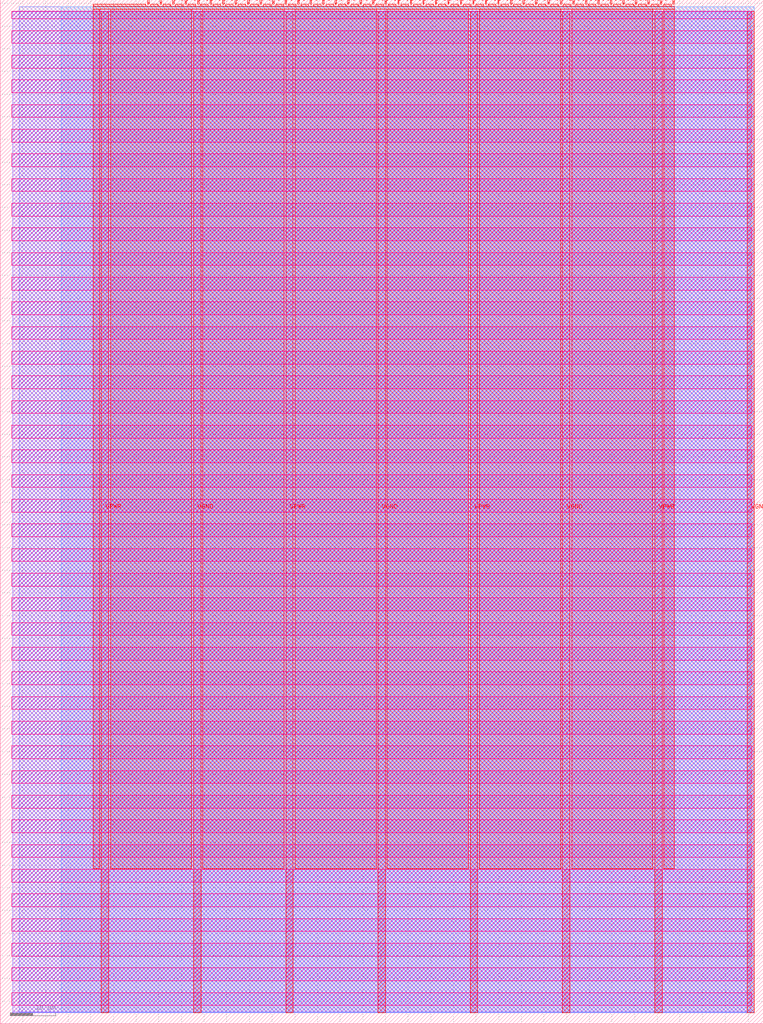
<source format=lef>
VERSION 5.7 ;
  NOWIREEXTENSIONATPIN ON ;
  DIVIDERCHAR "/" ;
  BUSBITCHARS "[]" ;
MACRO tt_um_digital_clock_sellicott
  CLASS BLOCK ;
  FOREIGN tt_um_digital_clock_sellicott ;
  ORIGIN 0.000 0.000 ;
  SIZE 168.360 BY 225.760 ;
  PIN VGND
    DIRECTION INOUT ;
    USE GROUND ;
    PORT
      LAYER met4 ;
        RECT 42.670 2.480 44.270 223.280 ;
    END
    PORT
      LAYER met4 ;
        RECT 83.380 2.480 84.980 223.280 ;
    END
    PORT
      LAYER met4 ;
        RECT 124.090 2.480 125.690 223.280 ;
    END
    PORT
      LAYER met4 ;
        RECT 164.800 2.480 166.400 223.280 ;
    END
  END VGND
  PIN VPWR
    DIRECTION INOUT ;
    USE POWER ;
    PORT
      LAYER met4 ;
        RECT 22.315 2.480 23.915 223.280 ;
    END
    PORT
      LAYER met4 ;
        RECT 63.025 2.480 64.625 223.280 ;
    END
    PORT
      LAYER met4 ;
        RECT 103.735 2.480 105.335 223.280 ;
    END
    PORT
      LAYER met4 ;
        RECT 144.445 2.480 146.045 223.280 ;
    END
  END VPWR
  PIN clk
    DIRECTION INPUT ;
    USE SIGNAL ;
    ANTENNAGATEAREA 0.852000 ;
    PORT
      LAYER met4 ;
        RECT 145.670 224.760 145.970 225.760 ;
    END
  END clk
  PIN ena
    DIRECTION INPUT ;
    USE SIGNAL ;
    ANTENNAGATEAREA 0.196500 ;
    PORT
      LAYER met4 ;
        RECT 148.430 224.760 148.730 225.760 ;
    END
  END ena
  PIN rst_n
    DIRECTION INPUT ;
    USE SIGNAL ;
    ANTENNAGATEAREA 0.247500 ;
    PORT
      LAYER met4 ;
        RECT 142.910 224.760 143.210 225.760 ;
    END
  END rst_n
  PIN ui_in[0]
    DIRECTION INPUT ;
    USE SIGNAL ;
    ANTENNAGATEAREA 0.196500 ;
    PORT
      LAYER met4 ;
        RECT 140.150 224.760 140.450 225.760 ;
    END
  END ui_in[0]
  PIN ui_in[1]
    DIRECTION INPUT ;
    USE SIGNAL ;
    ANTENNAGATEAREA 0.196500 ;
    PORT
      LAYER met4 ;
        RECT 137.390 224.760 137.690 225.760 ;
    END
  END ui_in[1]
  PIN ui_in[2]
    DIRECTION INPUT ;
    USE SIGNAL ;
    ANTENNAGATEAREA 0.196500 ;
    PORT
      LAYER met4 ;
        RECT 134.630 224.760 134.930 225.760 ;
    END
  END ui_in[2]
  PIN ui_in[3]
    DIRECTION INPUT ;
    USE SIGNAL ;
    ANTENNAGATEAREA 0.196500 ;
    PORT
      LAYER met4 ;
        RECT 131.870 224.760 132.170 225.760 ;
    END
  END ui_in[3]
  PIN ui_in[4]
    DIRECTION INPUT ;
    USE SIGNAL ;
    ANTENNAGATEAREA 0.196500 ;
    PORT
      LAYER met4 ;
        RECT 129.110 224.760 129.410 225.760 ;
    END
  END ui_in[4]
  PIN ui_in[5]
    DIRECTION INPUT ;
    USE SIGNAL ;
    PORT
      LAYER met4 ;
        RECT 126.350 224.760 126.650 225.760 ;
    END
  END ui_in[5]
  PIN ui_in[6]
    DIRECTION INPUT ;
    USE SIGNAL ;
    PORT
      LAYER met4 ;
        RECT 123.590 224.760 123.890 225.760 ;
    END
  END ui_in[6]
  PIN ui_in[7]
    DIRECTION INPUT ;
    USE SIGNAL ;
    PORT
      LAYER met4 ;
        RECT 120.830 224.760 121.130 225.760 ;
    END
  END ui_in[7]
  PIN uio_in[0]
    DIRECTION INPUT ;
    USE SIGNAL ;
    PORT
      LAYER met4 ;
        RECT 118.070 224.760 118.370 225.760 ;
    END
  END uio_in[0]
  PIN uio_in[1]
    DIRECTION INPUT ;
    USE SIGNAL ;
    PORT
      LAYER met4 ;
        RECT 115.310 224.760 115.610 225.760 ;
    END
  END uio_in[1]
  PIN uio_in[2]
    DIRECTION INPUT ;
    USE SIGNAL ;
    PORT
      LAYER met4 ;
        RECT 112.550 224.760 112.850 225.760 ;
    END
  END uio_in[2]
  PIN uio_in[3]
    DIRECTION INPUT ;
    USE SIGNAL ;
    PORT
      LAYER met4 ;
        RECT 109.790 224.760 110.090 225.760 ;
    END
  END uio_in[3]
  PIN uio_in[4]
    DIRECTION INPUT ;
    USE SIGNAL ;
    PORT
      LAYER met4 ;
        RECT 107.030 224.760 107.330 225.760 ;
    END
  END uio_in[4]
  PIN uio_in[5]
    DIRECTION INPUT ;
    USE SIGNAL ;
    PORT
      LAYER met4 ;
        RECT 104.270 224.760 104.570 225.760 ;
    END
  END uio_in[5]
  PIN uio_in[6]
    DIRECTION INPUT ;
    USE SIGNAL ;
    PORT
      LAYER met4 ;
        RECT 101.510 224.760 101.810 225.760 ;
    END
  END uio_in[6]
  PIN uio_in[7]
    DIRECTION INPUT ;
    USE SIGNAL ;
    PORT
      LAYER met4 ;
        RECT 98.750 224.760 99.050 225.760 ;
    END
  END uio_in[7]
  PIN uio_oe[0]
    DIRECTION OUTPUT TRISTATE ;
    USE SIGNAL ;
    PORT
      LAYER met4 ;
        RECT 51.830 224.760 52.130 225.760 ;
    END
  END uio_oe[0]
  PIN uio_oe[1]
    DIRECTION OUTPUT TRISTATE ;
    USE SIGNAL ;
    PORT
      LAYER met4 ;
        RECT 49.070 224.760 49.370 225.760 ;
    END
  END uio_oe[1]
  PIN uio_oe[2]
    DIRECTION OUTPUT TRISTATE ;
    USE SIGNAL ;
    PORT
      LAYER met4 ;
        RECT 46.310 224.760 46.610 225.760 ;
    END
  END uio_oe[2]
  PIN uio_oe[3]
    DIRECTION OUTPUT TRISTATE ;
    USE SIGNAL ;
    PORT
      LAYER met4 ;
        RECT 43.550 224.760 43.850 225.760 ;
    END
  END uio_oe[3]
  PIN uio_oe[4]
    DIRECTION OUTPUT TRISTATE ;
    USE SIGNAL ;
    PORT
      LAYER met4 ;
        RECT 40.790 224.760 41.090 225.760 ;
    END
  END uio_oe[4]
  PIN uio_oe[5]
    DIRECTION OUTPUT TRISTATE ;
    USE SIGNAL ;
    PORT
      LAYER met4 ;
        RECT 38.030 224.760 38.330 225.760 ;
    END
  END uio_oe[5]
  PIN uio_oe[6]
    DIRECTION OUTPUT TRISTATE ;
    USE SIGNAL ;
    PORT
      LAYER met4 ;
        RECT 35.270 224.760 35.570 225.760 ;
    END
  END uio_oe[6]
  PIN uio_oe[7]
    DIRECTION OUTPUT TRISTATE ;
    USE SIGNAL ;
    PORT
      LAYER met4 ;
        RECT 32.510 224.760 32.810 225.760 ;
    END
  END uio_oe[7]
  PIN uio_out[0]
    DIRECTION OUTPUT TRISTATE ;
    USE SIGNAL ;
    PORT
      LAYER met4 ;
        RECT 73.910 224.760 74.210 225.760 ;
    END
  END uio_out[0]
  PIN uio_out[1]
    DIRECTION OUTPUT TRISTATE ;
    USE SIGNAL ;
    PORT
      LAYER met4 ;
        RECT 71.150 224.760 71.450 225.760 ;
    END
  END uio_out[1]
  PIN uio_out[2]
    DIRECTION OUTPUT TRISTATE ;
    USE SIGNAL ;
    PORT
      LAYER met4 ;
        RECT 68.390 224.760 68.690 225.760 ;
    END
  END uio_out[2]
  PIN uio_out[3]
    DIRECTION OUTPUT TRISTATE ;
    USE SIGNAL ;
    PORT
      LAYER met4 ;
        RECT 65.630 224.760 65.930 225.760 ;
    END
  END uio_out[3]
  PIN uio_out[4]
    DIRECTION OUTPUT TRISTATE ;
    USE SIGNAL ;
    PORT
      LAYER met4 ;
        RECT 62.870 224.760 63.170 225.760 ;
    END
  END uio_out[4]
  PIN uio_out[5]
    DIRECTION OUTPUT TRISTATE ;
    USE SIGNAL ;
    PORT
      LAYER met4 ;
        RECT 60.110 224.760 60.410 225.760 ;
    END
  END uio_out[5]
  PIN uio_out[6]
    DIRECTION OUTPUT TRISTATE ;
    USE SIGNAL ;
    PORT
      LAYER met4 ;
        RECT 57.350 224.760 57.650 225.760 ;
    END
  END uio_out[6]
  PIN uio_out[7]
    DIRECTION OUTPUT TRISTATE ;
    USE SIGNAL ;
    PORT
      LAYER met4 ;
        RECT 54.590 224.760 54.890 225.760 ;
    END
  END uio_out[7]
  PIN uo_out[0]
    DIRECTION OUTPUT TRISTATE ;
    USE SIGNAL ;
    ANTENNADIFFAREA 0.795200 ;
    PORT
      LAYER met4 ;
        RECT 95.990 224.760 96.290 225.760 ;
    END
  END uo_out[0]
  PIN uo_out[1]
    DIRECTION OUTPUT TRISTATE ;
    USE SIGNAL ;
    ANTENNADIFFAREA 0.795200 ;
    PORT
      LAYER met4 ;
        RECT 93.230 224.760 93.530 225.760 ;
    END
  END uo_out[1]
  PIN uo_out[2]
    DIRECTION OUTPUT TRISTATE ;
    USE SIGNAL ;
    ANTENNADIFFAREA 0.795200 ;
    PORT
      LAYER met4 ;
        RECT 90.470 224.760 90.770 225.760 ;
    END
  END uo_out[2]
  PIN uo_out[3]
    DIRECTION OUTPUT TRISTATE ;
    USE SIGNAL ;
    PORT
      LAYER met4 ;
        RECT 87.710 224.760 88.010 225.760 ;
    END
  END uo_out[3]
  PIN uo_out[4]
    DIRECTION OUTPUT TRISTATE ;
    USE SIGNAL ;
    PORT
      LAYER met4 ;
        RECT 84.950 224.760 85.250 225.760 ;
    END
  END uo_out[4]
  PIN uo_out[5]
    DIRECTION OUTPUT TRISTATE ;
    USE SIGNAL ;
    PORT
      LAYER met4 ;
        RECT 82.190 224.760 82.490 225.760 ;
    END
  END uo_out[5]
  PIN uo_out[6]
    DIRECTION OUTPUT TRISTATE ;
    USE SIGNAL ;
    PORT
      LAYER met4 ;
        RECT 79.430 224.760 79.730 225.760 ;
    END
  END uo_out[6]
  PIN uo_out[7]
    DIRECTION OUTPUT TRISTATE ;
    USE SIGNAL ;
    PORT
      LAYER met4 ;
        RECT 76.670 224.760 76.970 225.760 ;
    END
  END uo_out[7]
  OBS
      LAYER nwell ;
        RECT 2.570 221.625 165.790 223.230 ;
        RECT 2.570 216.185 165.790 219.015 ;
        RECT 2.570 210.745 165.790 213.575 ;
        RECT 2.570 205.305 165.790 208.135 ;
        RECT 2.570 199.865 165.790 202.695 ;
        RECT 2.570 194.425 165.790 197.255 ;
        RECT 2.570 188.985 165.790 191.815 ;
        RECT 2.570 183.545 165.790 186.375 ;
        RECT 2.570 178.105 165.790 180.935 ;
        RECT 2.570 172.665 165.790 175.495 ;
        RECT 2.570 167.225 165.790 170.055 ;
        RECT 2.570 161.785 165.790 164.615 ;
        RECT 2.570 156.345 165.790 159.175 ;
        RECT 2.570 150.905 165.790 153.735 ;
        RECT 2.570 145.465 165.790 148.295 ;
        RECT 2.570 140.025 165.790 142.855 ;
        RECT 2.570 134.585 165.790 137.415 ;
        RECT 2.570 129.145 165.790 131.975 ;
        RECT 2.570 123.705 165.790 126.535 ;
        RECT 2.570 118.265 165.790 121.095 ;
        RECT 2.570 112.825 165.790 115.655 ;
        RECT 2.570 107.385 165.790 110.215 ;
        RECT 2.570 101.945 165.790 104.775 ;
        RECT 2.570 96.505 165.790 99.335 ;
        RECT 2.570 91.065 165.790 93.895 ;
        RECT 2.570 85.625 165.790 88.455 ;
        RECT 2.570 80.185 165.790 83.015 ;
        RECT 2.570 74.745 165.790 77.575 ;
        RECT 2.570 69.305 165.790 72.135 ;
        RECT 2.570 63.865 165.790 66.695 ;
        RECT 2.570 58.425 165.790 61.255 ;
        RECT 2.570 52.985 165.790 55.815 ;
        RECT 2.570 47.545 165.790 50.375 ;
        RECT 2.570 42.105 165.790 44.935 ;
        RECT 2.570 36.665 165.790 39.495 ;
        RECT 2.570 31.225 165.790 34.055 ;
        RECT 2.570 25.785 165.790 28.615 ;
        RECT 2.570 20.345 165.790 23.175 ;
        RECT 2.570 14.905 165.790 17.735 ;
        RECT 2.570 9.465 165.790 12.295 ;
        RECT 2.570 4.025 165.790 6.855 ;
      LAYER li1 ;
        RECT 2.760 2.635 165.600 223.125 ;
      LAYER met1 ;
        RECT 2.760 2.480 166.400 223.280 ;
      LAYER met2 ;
        RECT 4.240 2.535 166.370 224.245 ;
      LAYER met3 ;
        RECT 13.405 2.555 166.390 224.225 ;
      LAYER met4 ;
        RECT 20.535 224.360 32.110 224.760 ;
        RECT 33.210 224.360 34.870 224.760 ;
        RECT 35.970 224.360 37.630 224.760 ;
        RECT 38.730 224.360 40.390 224.760 ;
        RECT 41.490 224.360 43.150 224.760 ;
        RECT 44.250 224.360 45.910 224.760 ;
        RECT 47.010 224.360 48.670 224.760 ;
        RECT 49.770 224.360 51.430 224.760 ;
        RECT 52.530 224.360 54.190 224.760 ;
        RECT 55.290 224.360 56.950 224.760 ;
        RECT 58.050 224.360 59.710 224.760 ;
        RECT 60.810 224.360 62.470 224.760 ;
        RECT 63.570 224.360 65.230 224.760 ;
        RECT 66.330 224.360 67.990 224.760 ;
        RECT 69.090 224.360 70.750 224.760 ;
        RECT 71.850 224.360 73.510 224.760 ;
        RECT 74.610 224.360 76.270 224.760 ;
        RECT 77.370 224.360 79.030 224.760 ;
        RECT 80.130 224.360 81.790 224.760 ;
        RECT 82.890 224.360 84.550 224.760 ;
        RECT 85.650 224.360 87.310 224.760 ;
        RECT 88.410 224.360 90.070 224.760 ;
        RECT 91.170 224.360 92.830 224.760 ;
        RECT 93.930 224.360 95.590 224.760 ;
        RECT 96.690 224.360 98.350 224.760 ;
        RECT 99.450 224.360 101.110 224.760 ;
        RECT 102.210 224.360 103.870 224.760 ;
        RECT 104.970 224.360 106.630 224.760 ;
        RECT 107.730 224.360 109.390 224.760 ;
        RECT 110.490 224.360 112.150 224.760 ;
        RECT 113.250 224.360 114.910 224.760 ;
        RECT 116.010 224.360 117.670 224.760 ;
        RECT 118.770 224.360 120.430 224.760 ;
        RECT 121.530 224.360 123.190 224.760 ;
        RECT 124.290 224.360 125.950 224.760 ;
        RECT 127.050 224.360 128.710 224.760 ;
        RECT 129.810 224.360 131.470 224.760 ;
        RECT 132.570 224.360 134.230 224.760 ;
        RECT 135.330 224.360 136.990 224.760 ;
        RECT 138.090 224.360 139.750 224.760 ;
        RECT 140.850 224.360 142.510 224.760 ;
        RECT 143.610 224.360 145.270 224.760 ;
        RECT 146.370 224.360 148.030 224.760 ;
        RECT 20.535 223.680 148.745 224.360 ;
        RECT 20.535 34.175 21.915 223.680 ;
        RECT 24.315 34.175 42.270 223.680 ;
        RECT 44.670 34.175 62.625 223.680 ;
        RECT 65.025 34.175 82.980 223.680 ;
        RECT 85.380 34.175 103.335 223.680 ;
        RECT 105.735 34.175 123.690 223.680 ;
        RECT 126.090 34.175 144.045 223.680 ;
        RECT 146.445 34.175 148.745 223.680 ;
  END
END tt_um_digital_clock_sellicott
END LIBRARY


</source>
